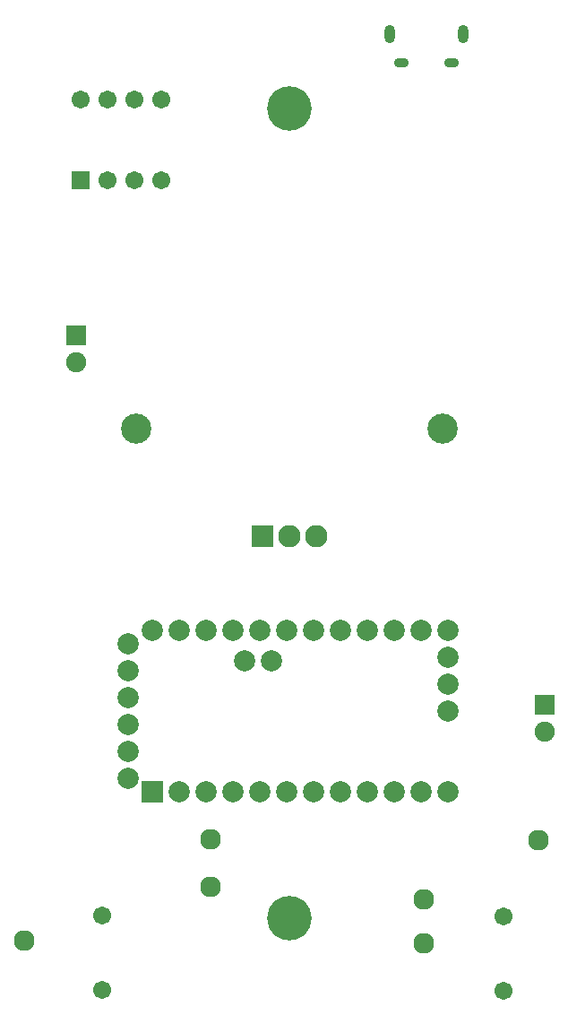
<source format=gbs>
G04*
G04 #@! TF.GenerationSoftware,Altium Limited,Altium Designer,20.0.10 (225)*
G04*
G04 Layer_Color=16711935*
%FSLAX25Y25*%
%MOIN*%
G70*
G01*
G75*
%ADD39C,0.07717*%
%ADD40C,0.16548*%
%ADD41R,0.08300X0.08300*%
%ADD42C,0.08300*%
%ADD43C,0.11200*%
%ADD44R,0.07493X0.07493*%
%ADD45C,0.07493*%
%ADD46C,0.07890*%
%ADD47R,0.07890X0.07890*%
%ADD48C,0.06706*%
%ADD49O,0.03851X0.06902*%
%ADD50O,0.05518X0.03550*%
%ADD51R,0.06706X0.06706*%
D39*
X184646Y162992D02*
D03*
X264173Y124409D02*
D03*
Y140551D02*
D03*
X184646Y145276D02*
D03*
X115354Y125197D02*
D03*
X306693Y162598D02*
D03*
D40*
X214173Y434646D02*
D03*
Y133465D02*
D03*
D41*
X204173Y275590D02*
D03*
D42*
X214173D02*
D03*
X224173D02*
D03*
D43*
X271263Y315591D02*
D03*
X157083D02*
D03*
D44*
X134646Y350394D02*
D03*
X309055Y212874D02*
D03*
D45*
X134646Y340394D02*
D03*
X309055Y202874D02*
D03*
D46*
X154173Y235709D02*
D03*
Y225709D02*
D03*
Y215709D02*
D03*
Y205709D02*
D03*
Y195709D02*
D03*
Y185709D02*
D03*
X197492Y229209D02*
D03*
X207492D02*
D03*
X272992Y210709D02*
D03*
Y220709D02*
D03*
Y230709D02*
D03*
Y240709D02*
D03*
X262992D02*
D03*
X252992D02*
D03*
X242992D02*
D03*
X232992D02*
D03*
X222992D02*
D03*
X212992D02*
D03*
X202992D02*
D03*
X192992D02*
D03*
X182992D02*
D03*
X172992D02*
D03*
X162992D02*
D03*
X272992Y180709D02*
D03*
X262992D02*
D03*
X252992D02*
D03*
X242992D02*
D03*
X232992D02*
D03*
X222992D02*
D03*
X212992D02*
D03*
X202992D02*
D03*
X192992D02*
D03*
X182992D02*
D03*
X172992D02*
D03*
D47*
X162992D02*
D03*
D48*
X144488Y107087D02*
D03*
Y134646D02*
D03*
X293898Y106693D02*
D03*
Y134252D02*
D03*
X156378Y408032D02*
D03*
X146378D02*
D03*
X166378D02*
D03*
Y438031D02*
D03*
X156378D02*
D03*
X146378D02*
D03*
X136378D02*
D03*
D49*
X251378Y462402D02*
D03*
X278937D02*
D03*
D50*
X255709Y451772D02*
D03*
X274606D02*
D03*
D51*
X136378Y408032D02*
D03*
M02*

</source>
